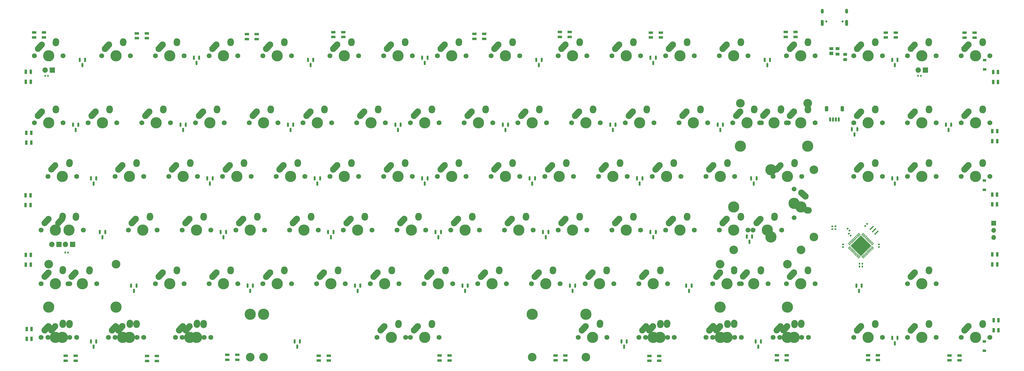
<source format=gbs>
%TF.GenerationSoftware,KiCad,Pcbnew,5.99.0-1.20210419gite0f69ad.fc33*%
%TF.CreationDate,2021-04-20T05:27:25+03:00*%
%TF.ProjectId,UniversalTKL,556e6976-6572-4736-916c-544b4c2e6b69,rev?*%
%TF.SameCoordinates,Original*%
%TF.FileFunction,Soldermask,Bot*%
%TF.FilePolarity,Negative*%
%FSLAX46Y46*%
G04 Gerber Fmt 4.6, Leading zero omitted, Abs format (unit mm)*
G04 Created by KiCad (PCBNEW 5.99.0-1.20210419gite0f69ad.fc33) date 2021-04-20 05:27:25*
%MOMM*%
%LPD*%
G01*
G04 APERTURE LIST*
G04 Aperture macros list*
%AMRoundRect*
0 Rectangle with rounded corners*
0 $1 Rounding radius*
0 $2 $3 $4 $5 $6 $7 $8 $9 X,Y pos of 4 corners*
0 Add a 4 corners polygon primitive as box body*
4,1,4,$2,$3,$4,$5,$6,$7,$8,$9,$2,$3,0*
0 Add four circle primitives for the rounded corners*
1,1,$1+$1,$2,$3*
1,1,$1+$1,$4,$5*
1,1,$1+$1,$6,$7*
1,1,$1+$1,$8,$9*
0 Add four rect primitives between the rounded corners*
20,1,$1+$1,$2,$3,$4,$5,0*
20,1,$1+$1,$4,$5,$6,$7,0*
20,1,$1+$1,$6,$7,$8,$9,0*
20,1,$1+$1,$8,$9,$2,$3,0*%
%AMHorizOval*
0 Thick line with rounded ends*
0 $1 width*
0 $2 $3 position (X,Y) of the first rounded end (center of the circle)*
0 $4 $5 position (X,Y) of the second rounded end (center of the circle)*
0 Add line between two ends*
20,1,$1,$2,$3,$4,$5,0*
0 Add two circle primitives to create the rounded ends*
1,1,$1,$2,$3*
1,1,$1,$4,$5*%
%AMRotRect*
0 Rectangle, with rotation*
0 The origin of the aperture is its center*
0 $1 length*
0 $2 width*
0 $3 Rotation angle, in degrees counterclockwise*
0 Add horizontal line*
21,1,$1,$2,0,0,$3*%
G04 Aperture macros list end*
%ADD10C,1.750000*%
%ADD11C,3.987800*%
%ADD12C,2.250000*%
%ADD13HorizOval,2.250000X0.655001X0.730000X-0.655001X-0.730000X0*%
%ADD14HorizOval,2.250000X0.020000X0.290000X-0.020000X-0.290000X0*%
%ADD15HorizOval,2.200000X0.681998X0.731354X-0.681998X-0.731354X0*%
%ADD16HorizOval,2.300000X0.015701X0.299589X-0.015701X-0.299589X0*%
%ADD17R,0.850000X1.600000*%
%ADD18R,1.600000X0.850000*%
%ADD19HorizOval,2.300000X0.681998X0.731354X-0.681998X-0.731354X0*%
%ADD20HorizOval,2.300000X0.008725X0.249848X-0.008725X-0.249848X0*%
%ADD21HorizOval,2.300000X0.647898X0.694786X-0.647898X-0.694786X0*%
%ADD22C,3.048000*%
%ADD23C,0.750000*%
%ADD24O,1.100000X2.200000*%
%ADD25O,1.100000X1.700000*%
%ADD26C,1.905000*%
%ADD27R,1.905000X1.905000*%
%ADD28R,1.700000X1.700000*%
%ADD29O,1.700000X1.700000*%
%ADD30C,1.701800*%
%ADD31HorizOval,2.300000X0.299589X-0.015701X-0.299589X0.015701X0*%
%ADD32HorizOval,2.300000X0.705988X-0.635674X-0.705988X0.635674X0*%
%ADD33RoundRect,0.135000X-0.185000X0.135000X-0.185000X-0.135000X0.185000X-0.135000X0.185000X0.135000X0*%
%ADD34RoundRect,0.150000X-0.150000X0.587500X-0.150000X-0.587500X0.150000X-0.587500X0.150000X0.587500X0*%
%ADD35RoundRect,0.135000X0.135000X0.185000X-0.135000X0.185000X-0.135000X-0.185000X0.135000X-0.185000X0*%
%ADD36RoundRect,0.140000X0.219203X0.021213X0.021213X0.219203X-0.219203X-0.021213X-0.021213X-0.219203X0*%
%ADD37RoundRect,0.150000X-0.150000X-0.625000X0.150000X-0.625000X0.150000X0.625000X-0.150000X0.625000X0*%
%ADD38RoundRect,0.250000X-0.350000X-0.650000X0.350000X-0.650000X0.350000X0.650000X-0.350000X0.650000X0*%
%ADD39R,1.200000X0.900000*%
%ADD40RoundRect,0.135000X-0.035355X0.226274X-0.226274X0.035355X0.035355X-0.226274X0.226274X-0.035355X0*%
%ADD41RoundRect,0.140000X0.140000X0.170000X-0.140000X0.170000X-0.140000X-0.170000X0.140000X-0.170000X0*%
%ADD42R,1.400000X1.200000*%
%ADD43R,1.400000X1.000000*%
%ADD44RoundRect,0.140000X0.170000X-0.140000X0.170000X0.140000X-0.170000X0.140000X-0.170000X-0.140000X0*%
%ADD45RoundRect,0.243750X-0.456250X0.243750X-0.456250X-0.243750X0.456250X-0.243750X0.456250X0.243750X0*%
%ADD46RoundRect,0.140000X-0.170000X0.140000X-0.170000X-0.140000X0.170000X-0.140000X0.170000X0.140000X0*%
%ADD47RotRect,0.400000X1.900000X135.000000*%
%ADD48RoundRect,0.062500X-0.380070X0.291682X0.291682X-0.380070X0.380070X-0.291682X-0.291682X0.380070X0*%
%ADD49RoundRect,0.062500X-0.380070X-0.291682X-0.291682X-0.380070X0.380070X0.291682X0.291682X0.380070X0*%
%ADD50RotRect,5.200000X5.200000X315.000000*%
G04 APERTURE END LIST*
D10*
%TO.C,MX78*%
X284480000Y-123825000D03*
X274320000Y-123825000D03*
D11*
X279400000Y-123825000D03*
D12*
X276900000Y-119825000D03*
D13*
X276245001Y-120555000D03*
D14*
X281920000Y-119035000D03*
D12*
X281940000Y-118745000D03*
%TD*%
D10*
%TO.C,MX86*%
X295751250Y-142875000D03*
D11*
X300831250Y-142875000D03*
D10*
X305911250Y-142875000D03*
D15*
X297681250Y-139625000D03*
D16*
X303381250Y-138075000D03*
%TD*%
D10*
%TO.C,MX67*%
X248126250Y-142875000D03*
X258286250Y-142875000D03*
D11*
X253206250Y-142875000D03*
D15*
X250056250Y-139625000D03*
D16*
X255756250Y-138075000D03*
%TD*%
D10*
%TO.C,MX23*%
X96361250Y-142875000D03*
D11*
X91281250Y-142875000D03*
D10*
X86201250Y-142875000D03*
D15*
X88131250Y-139625000D03*
D16*
X93831250Y-138075000D03*
%TD*%
D11*
%TO.C,MX9*%
X43656250Y-142875000D03*
D10*
X48736250Y-142875000D03*
X38576250Y-142875000D03*
D15*
X40506250Y-139625000D03*
D16*
X46206250Y-138075000D03*
%TD*%
D10*
%TO.C,MX90*%
X305911250Y-85725000D03*
D11*
X300831250Y-85725000D03*
D10*
X295751250Y-85725000D03*
D15*
X297681250Y-82475000D03*
D16*
X303381250Y-80925000D03*
%TD*%
D10*
%TO.C,MX6*%
X38576250Y-85725000D03*
X48736250Y-85725000D03*
D11*
X43656250Y-85725000D03*
D15*
X40506250Y-82475000D03*
D16*
X46206250Y-80925000D03*
%TD*%
D17*
%TO.C,D78*%
X375705000Y-140270000D03*
X373955000Y-140270000D03*
X375705000Y-136770000D03*
X373955000Y-136770000D03*
%TD*%
%TO.C,D77*%
X375225000Y-116900000D03*
X373475000Y-116900000D03*
X375225000Y-113400000D03*
X373475000Y-113400000D03*
%TD*%
%TO.C,D76*%
X375175000Y-95630000D03*
X373425000Y-95630000D03*
X375175000Y-92130000D03*
X373425000Y-92130000D03*
%TD*%
%TO.C,D75*%
X375205000Y-73140000D03*
X373455000Y-73140000D03*
X375205000Y-69640000D03*
X373455000Y-69640000D03*
%TD*%
%TO.C,D74*%
X375515000Y-52150000D03*
X373765000Y-52150000D03*
X375515000Y-48650000D03*
X373765000Y-48650000D03*
%TD*%
D18*
%TO.C,D73*%
X367180000Y-34675000D03*
X367180000Y-36425000D03*
X363680000Y-34675000D03*
X363680000Y-36425000D03*
%TD*%
%TO.C,D72*%
X339230000Y-34625000D03*
X339230000Y-36375000D03*
X335730000Y-34625000D03*
X335730000Y-36375000D03*
%TD*%
%TO.C,D71*%
X303690000Y-34385000D03*
X303690000Y-36135000D03*
X300190000Y-34385000D03*
X300190000Y-36135000D03*
%TD*%
%TO.C,D70*%
X358350000Y-151015000D03*
X358350000Y-149265000D03*
X361850000Y-151015000D03*
X361850000Y-149265000D03*
%TD*%
%TO.C,D69*%
X329420000Y-150925000D03*
X329420000Y-149175000D03*
X332920000Y-150925000D03*
X332920000Y-149175000D03*
%TD*%
%TO.C,D68*%
X255920000Y-34615000D03*
X255920000Y-36365000D03*
X252420000Y-34615000D03*
X252420000Y-36365000D03*
%TD*%
%TO.C,D67*%
X297090000Y-150965000D03*
X297090000Y-149215000D03*
X300590000Y-150965000D03*
X300590000Y-149215000D03*
%TD*%
%TO.C,D66*%
X223610000Y-34425000D03*
X223610000Y-36175000D03*
X220110000Y-34425000D03*
X220110000Y-36175000D03*
%TD*%
%TO.C,D65*%
X251870000Y-151185000D03*
X251870000Y-149435000D03*
X255370000Y-151185000D03*
X255370000Y-149435000D03*
%TD*%
%TO.C,D64*%
X193330000Y-35065000D03*
X193330000Y-36815000D03*
X189830000Y-35065000D03*
X189830000Y-36815000D03*
%TD*%
%TO.C,D63*%
X218600000Y-151005000D03*
X218600000Y-149255000D03*
X222100000Y-151005000D03*
X222100000Y-149255000D03*
%TD*%
%TO.C,D62*%
X177490000Y-151065000D03*
X177490000Y-149315000D03*
X180990000Y-151065000D03*
X180990000Y-149315000D03*
%TD*%
%TO.C,D61*%
X143320000Y-34455000D03*
X143320000Y-36205000D03*
X139820000Y-34455000D03*
X139820000Y-36205000D03*
%TD*%
%TO.C,D60*%
X134660000Y-151085000D03*
X134660000Y-149335000D03*
X138160000Y-151085000D03*
X138160000Y-149335000D03*
%TD*%
%TO.C,D59*%
X112600000Y-35165000D03*
X112600000Y-36915000D03*
X109100000Y-35165000D03*
X109100000Y-36915000D03*
%TD*%
%TO.C,D58*%
X102220000Y-150795000D03*
X102220000Y-149045000D03*
X105720000Y-150795000D03*
X105720000Y-149045000D03*
%TD*%
%TO.C,D57*%
X73620000Y-34875000D03*
X73620000Y-36625000D03*
X70120000Y-34875000D03*
X70120000Y-36625000D03*
%TD*%
%TO.C,D56*%
X73730000Y-151225000D03*
X73730000Y-149475000D03*
X77230000Y-151225000D03*
X77230000Y-149475000D03*
%TD*%
%TO.C,D55*%
X37190000Y-34595000D03*
X37190000Y-36345000D03*
X33690000Y-34595000D03*
X33690000Y-36345000D03*
%TD*%
%TO.C,D54*%
X44890000Y-151105000D03*
X44890000Y-149355000D03*
X48390000Y-151105000D03*
X48390000Y-149355000D03*
%TD*%
D17*
%TO.C,D53*%
X31035000Y-139860000D03*
X32785000Y-139860000D03*
X31035000Y-143360000D03*
X32785000Y-143360000D03*
%TD*%
%TO.C,D52*%
X30755000Y-113520000D03*
X32505000Y-113520000D03*
X30755000Y-117020000D03*
X32505000Y-117020000D03*
%TD*%
%TO.C,D51*%
X30665000Y-92400000D03*
X32415000Y-92400000D03*
X30665000Y-95900000D03*
X32415000Y-95900000D03*
%TD*%
%TO.C,D50*%
X30895000Y-70190000D03*
X32645000Y-70190000D03*
X30895000Y-73690000D03*
X32645000Y-73690000D03*
%TD*%
%TO.C,D49*%
X30725000Y-48570000D03*
X32475000Y-48570000D03*
X30725000Y-52070000D03*
X32475000Y-52070000D03*
%TD*%
D11*
%TO.C,MX14*%
X72231250Y-104775000D03*
D10*
X77311250Y-104775000D03*
X67151250Y-104775000D03*
D19*
X69031250Y-101525000D03*
D20*
X74781250Y-99975000D03*
%TD*%
D11*
%TO.C,MX62*%
X224631250Y-42862500D03*
D10*
X229711250Y-42862500D03*
X219551250Y-42862500D03*
D19*
X221431250Y-39612500D03*
D20*
X227181250Y-38062500D03*
%TD*%
D10*
%TO.C,MX60*%
X236855000Y-142875000D03*
X226695000Y-142875000D03*
D11*
X231775000Y-142875000D03*
D21*
X228625000Y-139625000D03*
D16*
X234325000Y-138025000D03*
%TD*%
D11*
%TO.C,MX94*%
X329406250Y-142875000D03*
D10*
X334486250Y-142875000D03*
X324326250Y-142875000D03*
D19*
X326206250Y-139625000D03*
D20*
X331956250Y-138075000D03*
%TD*%
D11*
%TO.C,MX75*%
X267493750Y-66675000D03*
D10*
X272573750Y-66675000D03*
X262413750Y-66675000D03*
D19*
X264293750Y-63425000D03*
D20*
X270043750Y-61875000D03*
%TD*%
D11*
%TO.C,MX85*%
X305593750Y-123825000D03*
D10*
X300513750Y-123825000D03*
X310673750Y-123825000D03*
D19*
X302393750Y-120575000D03*
D20*
X308143750Y-119025000D03*
%TD*%
D11*
%TO.C,MX49*%
X186531250Y-104775000D03*
D10*
X181451250Y-104775000D03*
X191611250Y-104775000D03*
D19*
X183331250Y-101525000D03*
D20*
X189081250Y-99975000D03*
%TD*%
D10*
%TO.C,MX27*%
X105251250Y-104775000D03*
D11*
X110331250Y-104775000D03*
D10*
X115411250Y-104775000D03*
D19*
X107131250Y-101525000D03*
D20*
X112881250Y-99975000D03*
%TD*%
D10*
%TO.C,MX15*%
X86836250Y-123825000D03*
D11*
X81756250Y-123825000D03*
D10*
X76676250Y-123825000D03*
D19*
X78556250Y-120575000D03*
D20*
X84306250Y-119025000D03*
%TD*%
D11*
%TO.C,MX74*%
X262731250Y-42862500D03*
D10*
X267811250Y-42862500D03*
X257651250Y-42862500D03*
D19*
X259531250Y-39612500D03*
D20*
X265281250Y-38062500D03*
%TD*%
D10*
%TO.C,MX16*%
X72548750Y-142875000D03*
X62388750Y-142875000D03*
D11*
X67468750Y-142875000D03*
D19*
X64268750Y-139625000D03*
D20*
X70018750Y-138075000D03*
%TD*%
D10*
%TO.C,MX2*%
X36195000Y-123825000D03*
D11*
X41275000Y-123825000D03*
D10*
X46355000Y-123825000D03*
D21*
X38125000Y-120575000D03*
D16*
X43825000Y-118975000D03*
%TD*%
D11*
%TO.C,MX72*%
X288925000Y-123825000D03*
X276987000Y-132080000D03*
D22*
X276987000Y-116840000D03*
D11*
X300863000Y-132080000D03*
D10*
X294005000Y-123825000D03*
D22*
X300863000Y-116840000D03*
D10*
X283845000Y-123825000D03*
D21*
X285775000Y-120525000D03*
D16*
X291425000Y-119025000D03*
%TD*%
D10*
%TO.C,MX20*%
X81438750Y-85725000D03*
X91598750Y-85725000D03*
D11*
X86518750Y-85725000D03*
D19*
X83318750Y-82475000D03*
D20*
X89068750Y-80925000D03*
%TD*%
D10*
%TO.C,MX33*%
X133826250Y-123825000D03*
X143986250Y-123825000D03*
D11*
X138906250Y-123825000D03*
D19*
X135706250Y-120575000D03*
D20*
X141456250Y-119025000D03*
%TD*%
D11*
%TO.C,MX48*%
X181768750Y-85725000D03*
D10*
X176688750Y-85725000D03*
X186848750Y-85725000D03*
D19*
X178568750Y-82475000D03*
D20*
X184318750Y-80925000D03*
%TD*%
D10*
%TO.C,MX31*%
X119538750Y-85725000D03*
X129698750Y-85725000D03*
D11*
X124618750Y-85725000D03*
D19*
X121418750Y-82475000D03*
D20*
X127168750Y-80925000D03*
%TD*%
D22*
%TO.C,MX45*%
X229393750Y-149860000D03*
D11*
X229393750Y-134620000D03*
X115093750Y-134620000D03*
X172243750Y-142875000D03*
D10*
X167163750Y-142875000D03*
D22*
X115093750Y-149860000D03*
D10*
X177323750Y-142875000D03*
D21*
X169093750Y-139625000D03*
D16*
X174743750Y-138075000D03*
%TD*%
D23*
%TO.C,USB1*%
X320390000Y-30662500D03*
X314610000Y-30662500D03*
D24*
X321820000Y-31192500D03*
D25*
X321820000Y-27012500D03*
X313180000Y-27012500D03*
D24*
X313180000Y-31192500D03*
%TD*%
D10*
%TO.C,MX73*%
X274320000Y-142875000D03*
X284480000Y-142875000D03*
D11*
X279400000Y-142875000D03*
D21*
X276250000Y-139625000D03*
D16*
X281950000Y-138025000D03*
%TD*%
D10*
%TO.C,MX84*%
X298767500Y-104775000D03*
D22*
X305625500Y-111760000D03*
X281749500Y-111760000D03*
D11*
X293687500Y-104775000D03*
D10*
X288607500Y-104775000D03*
D11*
X281749500Y-96520000D03*
X305625500Y-96520000D03*
D21*
X290537500Y-101525000D03*
D16*
X296237500Y-99975000D03*
%TD*%
D10*
%TO.C,MX91*%
X324326250Y-42862500D03*
X334486250Y-42862500D03*
D11*
X329406250Y-42862500D03*
D19*
X326206250Y-39612500D03*
D20*
X331956250Y-38062500D03*
%TD*%
D11*
%TO.C,MX11*%
X62706250Y-42862500D03*
D10*
X57626250Y-42862500D03*
X67786250Y-42862500D03*
D19*
X59506250Y-39612500D03*
D20*
X65256250Y-38062500D03*
%TD*%
D10*
%TO.C,MX22*%
X105886250Y-123825000D03*
D11*
X100806250Y-123825000D03*
D10*
X95726250Y-123825000D03*
D19*
X97606250Y-120575000D03*
D20*
X103356250Y-119025000D03*
%TD*%
D10*
%TO.C,MX51*%
X205898750Y-42862500D03*
X195738750Y-42862500D03*
D11*
X200818750Y-42862500D03*
D19*
X197618750Y-39612500D03*
D20*
X203368750Y-38062500D03*
%TD*%
D10*
%TO.C,MX3*%
X36195000Y-142875000D03*
X46355000Y-142875000D03*
D11*
X41275000Y-142875000D03*
D21*
X38125000Y-139625000D03*
D16*
X43825000Y-138025000D03*
%TD*%
D10*
%TO.C,MX54*%
X200501250Y-104775000D03*
D11*
X205581250Y-104775000D03*
D10*
X210661250Y-104775000D03*
D19*
X202381250Y-101525000D03*
D20*
X208131250Y-99975000D03*
%TD*%
D11*
%TO.C,MX43*%
X167481250Y-104775000D03*
D10*
X162401250Y-104775000D03*
X172561250Y-104775000D03*
D19*
X164281250Y-101525000D03*
D20*
X170031250Y-99975000D03*
%TD*%
D10*
%TO.C,MX30*%
X120173750Y-66675000D03*
X110013750Y-66675000D03*
D11*
X115093750Y-66675000D03*
D19*
X111893750Y-63425000D03*
D20*
X117643750Y-61875000D03*
%TD*%
D10*
%TO.C,MX65*%
X248761250Y-104775000D03*
X238601250Y-104775000D03*
D11*
X243681250Y-104775000D03*
D19*
X240481250Y-101525000D03*
D20*
X246231250Y-99975000D03*
%TD*%
D10*
%TO.C,MX35*%
X129063750Y-66675000D03*
D11*
X134143750Y-66675000D03*
D10*
X139223750Y-66675000D03*
D19*
X130943750Y-63425000D03*
D20*
X136693750Y-61875000D03*
%TD*%
D11*
%TO.C,MX79*%
X277018750Y-142875000D03*
D10*
X271938750Y-142875000D03*
X282098750Y-142875000D03*
D19*
X273818750Y-139625000D03*
D20*
X279568750Y-138075000D03*
%TD*%
D11*
%TO.C,MX102*%
X367506250Y-85725000D03*
D10*
X372586250Y-85725000D03*
X362426250Y-85725000D03*
D19*
X364306250Y-82475000D03*
D20*
X370056250Y-80925000D03*
%TD*%
D10*
%TO.C,MX10*%
X70167500Y-142875000D03*
X60007500Y-142875000D03*
D11*
X65087500Y-142875000D03*
D21*
X61937500Y-139625000D03*
D16*
X67637500Y-138025000D03*
%TD*%
D10*
%TO.C,MX95*%
X353536250Y-42862500D03*
D11*
X348456250Y-42862500D03*
D10*
X343376250Y-42862500D03*
D15*
X345306250Y-39612500D03*
D16*
X350956250Y-38062500D03*
D26*
X347186250Y-47942500D03*
D27*
X349726250Y-47942500D03*
%TD*%
D11*
%TO.C,MX89*%
X308006750Y-74930000D03*
D22*
X284130750Y-59690000D03*
X308006750Y-59690000D03*
D10*
X301148750Y-66675000D03*
D11*
X296068750Y-66675000D03*
D10*
X290988750Y-66675000D03*
D11*
X284130750Y-74930000D03*
D21*
X292918750Y-63425000D03*
D16*
X298568750Y-61875000D03*
%TD*%
D11*
%TO.C,MX25*%
X96043750Y-66675000D03*
D10*
X101123750Y-66675000D03*
X90963750Y-66675000D03*
D19*
X92843750Y-63425000D03*
D20*
X98593750Y-61875000D03*
%TD*%
D10*
%TO.C,MX82*%
X276701250Y-42862500D03*
X286861250Y-42862500D03*
D11*
X281781250Y-42862500D03*
D19*
X278581250Y-39612500D03*
D20*
X284331250Y-38062500D03*
%TD*%
D11*
%TO.C,MX18*%
X81756250Y-42862500D03*
D10*
X86836250Y-42862500D03*
X76676250Y-42862500D03*
D19*
X78556250Y-39612500D03*
D20*
X84306250Y-38062500D03*
%TD*%
D10*
%TO.C,MX68*%
X248761250Y-42862500D03*
D11*
X243681250Y-42862500D03*
D10*
X238601250Y-42862500D03*
D19*
X240481250Y-39612500D03*
D20*
X246231250Y-38062500D03*
%TD*%
D11*
%TO.C,MX77*%
X281781250Y-104775000D03*
D10*
X276701250Y-104775000D03*
X286861250Y-104775000D03*
D19*
X278581250Y-101525000D03*
D20*
X284331250Y-99975000D03*
%TD*%
D10*
%TO.C,MX46*%
X176688750Y-42862500D03*
D11*
X181768750Y-42862500D03*
D10*
X186848750Y-42862500D03*
D19*
X178568750Y-39612500D03*
D20*
X184318750Y-38062500D03*
%TD*%
D11*
%TO.C,MX26*%
X105568750Y-85725000D03*
D10*
X100488750Y-85725000D03*
X110648750Y-85725000D03*
D19*
X102368750Y-82475000D03*
D20*
X108118750Y-80925000D03*
%TD*%
D11*
%TO.C,MX19*%
X76993750Y-66675000D03*
D10*
X71913750Y-66675000D03*
X82073750Y-66675000D03*
D19*
X73793750Y-63425000D03*
D20*
X79543750Y-61875000D03*
%TD*%
D10*
%TO.C,MX8*%
X55880000Y-123825000D03*
D11*
X50800000Y-123825000D03*
D22*
X38862000Y-116840000D03*
D11*
X38862000Y-132080000D03*
D22*
X62738000Y-116840000D03*
D10*
X45720000Y-123825000D03*
D11*
X62738000Y-132080000D03*
D21*
X47650000Y-120575000D03*
D16*
X53300000Y-119025000D03*
%TD*%
D10*
%TO.C,MX36*%
X148748750Y-85725000D03*
X138588750Y-85725000D03*
D11*
X143668750Y-85725000D03*
D19*
X140468750Y-82475000D03*
D20*
X146218750Y-80925000D03*
%TD*%
D10*
%TO.C,MX42*%
X157638750Y-85725000D03*
X167798750Y-85725000D03*
D11*
X162718750Y-85725000D03*
D19*
X159518750Y-82475000D03*
D20*
X165268750Y-80925000D03*
%TD*%
D10*
%TO.C,MX83*%
X281463750Y-66675000D03*
X291623750Y-66675000D03*
D11*
X286543750Y-66675000D03*
D19*
X283343750Y-63425000D03*
D20*
X289093750Y-61875000D03*
%TD*%
D10*
%TO.C,MX38*%
X152876250Y-123825000D03*
X163036250Y-123825000D03*
D11*
X157956250Y-123825000D03*
D19*
X154756250Y-120575000D03*
D20*
X160506250Y-119025000D03*
%TD*%
D11*
%TO.C,MX1*%
X41275000Y-104775000D03*
D10*
X46355000Y-104775000D03*
X36195000Y-104775000D03*
D15*
X38125000Y-101525000D03*
D16*
X43775000Y-99975000D03*
D26*
X40005000Y-109855000D03*
D27*
X42545000Y-109855000D03*
%TD*%
D10*
%TO.C,MX29*%
X124936250Y-42862500D03*
X114776250Y-42862500D03*
D11*
X119856250Y-42862500D03*
D19*
X116656250Y-39612500D03*
D20*
X122406250Y-38062500D03*
%TD*%
D11*
%TO.C,MX34*%
X143668750Y-42862500D03*
D10*
X138588750Y-42862500D03*
X148748750Y-42862500D03*
D19*
X140468750Y-39612500D03*
D20*
X146218750Y-38062500D03*
%TD*%
D10*
%TO.C,MX100*%
X372586250Y-42862500D03*
D11*
X367506250Y-42862500D03*
D10*
X362426250Y-42862500D03*
D19*
X364306250Y-39612500D03*
D20*
X370056250Y-38062500D03*
%TD*%
D10*
%TO.C,MX64*%
X243998750Y-85725000D03*
D11*
X238918750Y-85725000D03*
D10*
X233838750Y-85725000D03*
D19*
X235718750Y-82475000D03*
D20*
X241468750Y-80925000D03*
%TD*%
D10*
%TO.C,MX7*%
X40957500Y-104775000D03*
X51117500Y-104775000D03*
D11*
X46037500Y-104775000D03*
D15*
X42887500Y-101525000D03*
D16*
X48537500Y-99975000D03*
D26*
X44767500Y-109855000D03*
D27*
X47307500Y-109855000D03*
%TD*%
D11*
%TO.C,MX28*%
X119856250Y-123825000D03*
D10*
X114776250Y-123825000D03*
X124936250Y-123825000D03*
D19*
X116656250Y-120575000D03*
D20*
X122406250Y-119025000D03*
%TD*%
D10*
%TO.C,MX57*%
X224948750Y-85725000D03*
D11*
X219868750Y-85725000D03*
D10*
X214788750Y-85725000D03*
D19*
X216668750Y-82475000D03*
D20*
X222418750Y-80925000D03*
%TD*%
D10*
%TO.C,MX61*%
X260667500Y-142875000D03*
D11*
X255587500Y-142875000D03*
D10*
X250507500Y-142875000D03*
D21*
X252437500Y-139625000D03*
D16*
X258137500Y-138025000D03*
%TD*%
D11*
%TO.C,MX32*%
X129381250Y-104775000D03*
D10*
X134461250Y-104775000D03*
X124301250Y-104775000D03*
D19*
X126181250Y-101525000D03*
D20*
X131931250Y-99975000D03*
%TD*%
D28*
%TO.C,J2*%
X373960000Y-102265000D03*
D29*
X373960000Y-104805000D03*
X373960000Y-107345000D03*
%TD*%
D11*
%TO.C,MX5*%
X38893750Y-66675000D03*
D10*
X43973750Y-66675000D03*
X33813750Y-66675000D03*
D19*
X35693750Y-63425000D03*
D20*
X41443750Y-61875000D03*
%TD*%
D10*
%TO.C,MX12*%
X52863750Y-66675000D03*
D11*
X57943750Y-66675000D03*
D10*
X63023750Y-66675000D03*
D19*
X54743750Y-63425000D03*
D20*
X60493750Y-61875000D03*
%TD*%
D22*
%TO.C,MX39*%
X210337400Y-149860000D03*
D11*
X160337500Y-142875000D03*
D10*
X155257500Y-142875000D03*
D22*
X110337600Y-149860000D03*
D10*
X165417500Y-142875000D03*
D11*
X210337400Y-134620000D03*
X110337600Y-134620000D03*
D21*
X157187500Y-139625000D03*
D16*
X162887500Y-138075000D03*
%TD*%
D10*
%TO.C,MX50*%
X201136250Y-123825000D03*
D11*
X196056250Y-123825000D03*
D10*
X190976250Y-123825000D03*
D19*
X192856250Y-120575000D03*
D20*
X198606250Y-119025000D03*
%TD*%
D10*
%TO.C,MX17*%
X83820000Y-142875000D03*
X93980000Y-142875000D03*
D11*
X88900000Y-142875000D03*
D21*
X85750000Y-139625000D03*
D16*
X91450000Y-138025000D03*
%TD*%
D10*
%TO.C,MX81*%
X298132500Y-142875000D03*
X308292500Y-142875000D03*
D11*
X303212500Y-142875000D03*
D21*
X300062500Y-139625000D03*
D16*
X305762500Y-138025000D03*
%TD*%
D10*
%TO.C,MX97*%
X343376250Y-85725000D03*
D11*
X348456250Y-85725000D03*
D10*
X353536250Y-85725000D03*
D19*
X345256250Y-82475000D03*
D20*
X351006250Y-80925000D03*
%TD*%
D10*
%TO.C,MX21*%
X86201250Y-104775000D03*
D11*
X91281250Y-104775000D03*
D10*
X96361250Y-104775000D03*
D19*
X88081250Y-101525000D03*
D20*
X93831250Y-99975000D03*
%TD*%
D11*
%TO.C,MX53*%
X200818750Y-85725000D03*
D10*
X205898750Y-85725000D03*
X195738750Y-85725000D03*
D19*
X197618750Y-82475000D03*
D20*
X203368750Y-80925000D03*
%TD*%
D10*
%TO.C,MX44*%
X182086250Y-123825000D03*
D11*
X177006250Y-123825000D03*
D10*
X171926250Y-123825000D03*
D19*
X173806250Y-120575000D03*
D20*
X179556250Y-119025000D03*
%TD*%
D10*
%TO.C,MX24*%
X105886250Y-42862500D03*
D11*
X100806250Y-42862500D03*
D10*
X95726250Y-42862500D03*
D19*
X97606250Y-39612500D03*
D20*
X103356250Y-38062500D03*
%TD*%
D11*
%TO.C,MX66*%
X253206250Y-123825000D03*
D10*
X258286250Y-123825000D03*
X248126250Y-123825000D03*
D19*
X250006250Y-120575000D03*
D20*
X255756250Y-119025000D03*
%TD*%
D10*
%TO.C,MX37*%
X143351250Y-104775000D03*
X153511250Y-104775000D03*
D11*
X148431250Y-104775000D03*
D19*
X145231250Y-101525000D03*
D20*
X150981250Y-99975000D03*
%TD*%
D11*
%TO.C,MX52*%
X191293750Y-66675000D03*
D10*
X186213750Y-66675000D03*
X196373750Y-66675000D03*
D19*
X188093750Y-63425000D03*
D20*
X193843750Y-61875000D03*
%TD*%
D10*
%TO.C,MX4*%
X33813750Y-42862500D03*
D11*
X38893750Y-42862500D03*
D10*
X43973750Y-42862500D03*
D15*
X35743750Y-39612500D03*
D16*
X41393750Y-38062500D03*
D26*
X37623750Y-47942500D03*
D27*
X40163750Y-47942500D03*
%TD*%
D10*
%TO.C,MX93*%
X324326250Y-85725000D03*
D11*
X329406250Y-85725000D03*
D10*
X334486250Y-85725000D03*
D19*
X326206250Y-82475000D03*
D20*
X331956250Y-80925000D03*
%TD*%
D10*
%TO.C,MX96*%
X343376250Y-66675000D03*
D11*
X348456250Y-66675000D03*
D10*
X353536250Y-66675000D03*
D19*
X345256250Y-63425000D03*
D20*
X351006250Y-61875000D03*
%TD*%
D22*
%TO.C,MX80*%
X310197500Y-83312000D03*
D30*
X303212500Y-100330000D03*
X303212500Y-90170000D03*
D11*
X294957500Y-107188000D03*
X303212500Y-95250000D03*
D22*
X310197500Y-107188000D03*
D11*
X294957500Y-83312000D03*
D31*
X308012500Y-97750000D03*
D32*
X306462500Y-92100000D03*
%TD*%
D10*
%TO.C,MX92*%
X324326250Y-66675000D03*
D11*
X329406250Y-66675000D03*
D10*
X334486250Y-66675000D03*
D19*
X326206250Y-63425000D03*
D20*
X331956250Y-61875000D03*
%TD*%
D11*
%TO.C,MX71*%
X262731250Y-104775000D03*
D10*
X267811250Y-104775000D03*
X257651250Y-104775000D03*
D19*
X259531250Y-101525000D03*
D20*
X265281250Y-99975000D03*
%TD*%
D10*
%TO.C,MX70*%
X263048750Y-85725000D03*
X252888750Y-85725000D03*
D11*
X257968750Y-85725000D03*
D19*
X254768750Y-82475000D03*
D20*
X260518750Y-80925000D03*
%TD*%
D11*
%TO.C,MX103*%
X367506250Y-142875000D03*
D10*
X372586250Y-142875000D03*
X362426250Y-142875000D03*
D19*
X364306250Y-139625000D03*
D20*
X370056250Y-138075000D03*
%TD*%
D10*
%TO.C,MX56*%
X215423750Y-66675000D03*
D11*
X210343750Y-66675000D03*
D10*
X205263750Y-66675000D03*
D19*
X207143750Y-63425000D03*
D20*
X212893750Y-61875000D03*
%TD*%
D10*
%TO.C,MX88*%
X300513750Y-42862500D03*
X310673750Y-42862500D03*
D11*
X305593750Y-42862500D03*
D19*
X302393750Y-39612500D03*
D20*
X308143750Y-38062500D03*
%TD*%
D10*
%TO.C,MX40*%
X167798750Y-42862500D03*
D11*
X162718750Y-42862500D03*
D10*
X157638750Y-42862500D03*
D19*
X159518750Y-39612500D03*
D20*
X165268750Y-38062500D03*
%TD*%
D11*
%TO.C,MX99*%
X348456250Y-142875000D03*
D10*
X343376250Y-142875000D03*
X353536250Y-142875000D03*
D19*
X345256250Y-139625000D03*
D20*
X351006250Y-138075000D03*
%TD*%
D10*
%TO.C,MX87*%
X310673750Y-66675000D03*
D11*
X305593750Y-66675000D03*
D10*
X300513750Y-66675000D03*
D19*
X302393750Y-63425000D03*
D20*
X308143750Y-61875000D03*
%TD*%
D10*
%TO.C,MX59*%
X229076250Y-123825000D03*
D11*
X234156250Y-123825000D03*
D10*
X239236250Y-123825000D03*
D19*
X230956250Y-120575000D03*
D20*
X236706250Y-119025000D03*
%TD*%
D11*
%TO.C,MX58*%
X224631250Y-104775000D03*
D10*
X219551250Y-104775000D03*
X229711250Y-104775000D03*
D19*
X221431250Y-101525000D03*
D20*
X227181250Y-99975000D03*
%TD*%
D11*
%TO.C,MX13*%
X67468750Y-85725000D03*
D10*
X62388750Y-85725000D03*
X72548750Y-85725000D03*
D19*
X64268750Y-82475000D03*
D20*
X70018750Y-80925000D03*
%TD*%
D10*
%TO.C,MX98*%
X343376250Y-123825000D03*
X353536250Y-123825000D03*
D11*
X348456250Y-123825000D03*
D19*
X345256250Y-120575000D03*
D20*
X351006250Y-119025000D03*
%TD*%
D10*
%TO.C,MX63*%
X234473750Y-66675000D03*
X224313750Y-66675000D03*
D11*
X229393750Y-66675000D03*
D19*
X226193750Y-63425000D03*
D20*
X231943750Y-61875000D03*
%TD*%
D11*
%TO.C,MX76*%
X277018750Y-85725000D03*
D10*
X282098750Y-85725000D03*
X271938750Y-85725000D03*
D19*
X273818750Y-82475000D03*
D20*
X279568750Y-80925000D03*
%TD*%
D10*
%TO.C,MX47*%
X167163750Y-66675000D03*
D11*
X172243750Y-66675000D03*
D10*
X177323750Y-66675000D03*
D19*
X169043750Y-63425000D03*
D20*
X174793750Y-61875000D03*
%TD*%
D11*
%TO.C,MX101*%
X367506250Y-66675000D03*
D10*
X362426250Y-66675000D03*
X372586250Y-66675000D03*
D19*
X364306250Y-63425000D03*
D20*
X370056250Y-61875000D03*
%TD*%
D10*
%TO.C,MX55*%
X220186250Y-123825000D03*
X210026250Y-123825000D03*
D11*
X215106250Y-123825000D03*
D19*
X211906250Y-120575000D03*
D20*
X217656250Y-119025000D03*
%TD*%
D10*
%TO.C,MX41*%
X158273750Y-66675000D03*
X148113750Y-66675000D03*
D11*
X153193750Y-66675000D03*
D19*
X149993750Y-63425000D03*
D20*
X155743750Y-61875000D03*
%TD*%
D10*
%TO.C,MX69*%
X243363750Y-66675000D03*
D11*
X248443750Y-66675000D03*
D10*
X253523750Y-66675000D03*
D19*
X245243750Y-63425000D03*
D20*
X250993750Y-61875000D03*
%TD*%
D33*
%TO.C,R_DATA1*%
X317840000Y-103390000D03*
X317840000Y-104410000D03*
%TD*%
D34*
%TO.C,D29*%
X241937500Y-144318750D03*
X243837500Y-144318750D03*
X242887500Y-146193750D03*
%TD*%
D35*
%TO.C,R_INDICATOR3*%
X38610000Y-50006250D03*
X37590000Y-50006250D03*
%TD*%
%TO.C,R_INDICATOR2*%
X348172500Y-50006250D03*
X347152500Y-50006250D03*
%TD*%
D34*
%TO.C,D16*%
X137956250Y-105425000D03*
X139856250Y-105425000D03*
X138906250Y-107300000D03*
%TD*%
%TO.C,D35*%
X276068750Y-67325000D03*
X277968750Y-67325000D03*
X277018750Y-69200000D03*
%TD*%
%TO.C,D27*%
X223681250Y-124475000D03*
X225581250Y-124475000D03*
X224631250Y-126350000D03*
%TD*%
D36*
%TO.C,C_UCAP1*%
X323219411Y-106669411D03*
X322540589Y-105990589D03*
%TD*%
D34*
%TO.C,D1*%
X53818750Y-144318750D03*
X55718750Y-144318750D03*
X54768750Y-146193750D03*
%TD*%
%TO.C,D34*%
X252256250Y-43512500D03*
X254156250Y-43512500D03*
X253206250Y-45387500D03*
%TD*%
%TO.C,D3*%
X47468750Y-67325000D03*
X49368750Y-67325000D03*
X48418750Y-69200000D03*
%TD*%
D35*
%TO.C,R_HWB1*%
X327420000Y-117740000D03*
X326400000Y-117740000D03*
%TD*%
D34*
%TO.C,D2*%
X49850000Y-44306250D03*
X51750000Y-44306250D03*
X50800000Y-46181250D03*
%TD*%
D37*
%TO.C,J3*%
X316000000Y-65500000D03*
X317000000Y-65500000D03*
X318000000Y-65500000D03*
X319000000Y-65500000D03*
D38*
X320300000Y-61625000D03*
X314700000Y-61625000D03*
%TD*%
D39*
%TO.C,D47*%
X370640000Y-90460000D03*
X370640000Y-87160000D03*
%TD*%
D34*
%TO.C,D4*%
X53818750Y-86375000D03*
X55718750Y-86375000D03*
X54768750Y-88250000D03*
%TD*%
%TO.C,D42*%
X337981250Y-44306250D03*
X339881250Y-44306250D03*
X338931250Y-46181250D03*
%TD*%
D39*
%TO.C,D46*%
X370770000Y-47670000D03*
X370770000Y-44370000D03*
%TD*%
D36*
%TO.C,C_DECOUP4*%
X322829411Y-104879411D03*
X322150589Y-104200589D03*
%TD*%
D34*
%TO.C,D25*%
X209393750Y-86375000D03*
X211293750Y-86375000D03*
X210343750Y-88250000D03*
%TD*%
%TO.C,D6*%
X68106250Y-124475000D03*
X70006250Y-124475000D03*
X69056250Y-126350000D03*
%TD*%
%TO.C,D32*%
X252256250Y-105425000D03*
X254156250Y-105425000D03*
X253206250Y-107300000D03*
%TD*%
%TO.C,D41*%
X323693750Y-68912500D03*
X325593750Y-68912500D03*
X324643750Y-70787500D03*
%TD*%
D40*
%TO.C,R_RST1*%
X329120624Y-102579376D03*
X328399376Y-103300624D03*
%TD*%
D34*
%TO.C,D23*%
X185581250Y-124475000D03*
X187481250Y-124475000D03*
X186531250Y-126350000D03*
%TD*%
D41*
%TO.C,C_DECOUP1*%
X327380000Y-116650000D03*
X326420000Y-116650000D03*
%TD*%
D34*
%TO.C,D38*%
X287975000Y-86375000D03*
X289875000Y-86375000D03*
X288925000Y-88250000D03*
%TD*%
%TO.C,D11*%
X109381250Y-124475000D03*
X111281250Y-124475000D03*
X110331250Y-126350000D03*
%TD*%
%TO.C,D21*%
X171293750Y-86375000D03*
X173193750Y-86375000D03*
X172243750Y-88250000D03*
%TD*%
%TO.C,D10*%
X99856250Y-105425000D03*
X101756250Y-105425000D03*
X100806250Y-107300000D03*
%TD*%
%TO.C,D7*%
X90331250Y-43512500D03*
X92231250Y-43512500D03*
X91281250Y-45387500D03*
%TD*%
%TO.C,D33*%
X264956250Y-124475000D03*
X266856250Y-124475000D03*
X265906250Y-126350000D03*
%TD*%
D42*
%TO.C,D18*%
X316400000Y-42045000D03*
D43*
X316400000Y-40325000D03*
X318600000Y-40325000D03*
X318600000Y-42225000D03*
%TD*%
D34*
%TO.C,D31*%
X247493750Y-86375000D03*
X249393750Y-86375000D03*
X248443750Y-88250000D03*
%TD*%
%TO.C,D5*%
X56993750Y-105425000D03*
X58893750Y-105425000D03*
X57943750Y-107300000D03*
%TD*%
D35*
%TO.C,R_INDICATOR1*%
X45753750Y-112712500D03*
X44733750Y-112712500D03*
%TD*%
D39*
%TO.C,D48*%
X370680000Y-147580000D03*
X370680000Y-144280000D03*
%TD*%
D34*
%TO.C,D14*%
X123668750Y-67325000D03*
X125568750Y-67325000D03*
X124618750Y-69200000D03*
%TD*%
D33*
%TO.C,R_DATA2*%
X316706250Y-103390000D03*
X316706250Y-104410000D03*
%TD*%
D44*
%TO.C,C_DECOUP3*%
X333250000Y-110770000D03*
X333250000Y-109810000D03*
%TD*%
D34*
%TO.C,D40*%
X325281250Y-124475000D03*
X327181250Y-124475000D03*
X326231250Y-126350000D03*
%TD*%
%TO.C,D12*%
X126050000Y-144318750D03*
X127950000Y-144318750D03*
X127000000Y-146193750D03*
%TD*%
%TO.C,D30*%
X237968750Y-67325000D03*
X239868750Y-67325000D03*
X238918750Y-69200000D03*
%TD*%
%TO.C,D45*%
X357031250Y-67325000D03*
X358931250Y-67325000D03*
X357981250Y-69200000D03*
%TD*%
%TO.C,D26*%
X214156250Y-105425000D03*
X216056250Y-105425000D03*
X215106250Y-107300000D03*
%TD*%
D45*
%TO.C,F1*%
X321300000Y-42312500D03*
X321300000Y-44187500D03*
%TD*%
D34*
%TO.C,D15*%
X133193750Y-86375000D03*
X135093750Y-86375000D03*
X134143750Y-88250000D03*
%TD*%
D46*
%TO.C,C_DECOUP2*%
X320540000Y-109820000D03*
X320540000Y-110780000D03*
%TD*%
D34*
%TO.C,D44*%
X337950000Y-143052500D03*
X339850000Y-143052500D03*
X338900000Y-144927500D03*
%TD*%
%TO.C,D37*%
X289562500Y-144318750D03*
X291462500Y-144318750D03*
X290512500Y-146193750D03*
%TD*%
D47*
%TO.C,Y1*%
X332420000Y-105700000D03*
X331571472Y-104851472D03*
X330722944Y-104002944D03*
%TD*%
D48*
%TO.C,U1*%
X322772264Y-109707798D03*
X323125818Y-109354245D03*
X323479371Y-109000691D03*
X323832924Y-108647138D03*
X324186478Y-108293585D03*
X324540031Y-107940031D03*
X324893585Y-107586478D03*
X325247138Y-107232924D03*
X325600691Y-106879371D03*
X325954245Y-106525818D03*
X326307798Y-106172264D03*
D49*
X327492202Y-106172264D03*
X327845755Y-106525818D03*
X328199309Y-106879371D03*
X328552862Y-107232924D03*
X328906415Y-107586478D03*
X329259969Y-107940031D03*
X329613522Y-108293585D03*
X329967076Y-108647138D03*
X330320629Y-109000691D03*
X330674182Y-109354245D03*
X331027736Y-109707798D03*
D48*
X331027736Y-110892202D03*
X330674182Y-111245755D03*
X330320629Y-111599309D03*
X329967076Y-111952862D03*
X329613522Y-112306415D03*
X329259969Y-112659969D03*
X328906415Y-113013522D03*
X328552862Y-113367076D03*
X328199309Y-113720629D03*
X327845755Y-114074182D03*
X327492202Y-114427736D03*
D49*
X326307798Y-114427736D03*
X325954245Y-114074182D03*
X325600691Y-113720629D03*
X325247138Y-113367076D03*
X324893585Y-113013522D03*
X324540031Y-112659969D03*
X324186478Y-112306415D03*
X323832924Y-111952862D03*
X323479371Y-111599309D03*
X323125818Y-111245755D03*
X322772264Y-110892202D03*
D50*
X326900000Y-110300000D03*
%TD*%
D34*
%TO.C,D8*%
X85568750Y-67325000D03*
X87468750Y-67325000D03*
X86518750Y-69200000D03*
%TD*%
%TO.C,D36*%
X286387500Y-107012500D03*
X288287500Y-107012500D03*
X287337500Y-108887500D03*
%TD*%
%TO.C,D28*%
X211775000Y-44306250D03*
X213675000Y-44306250D03*
X212725000Y-46181250D03*
%TD*%
%TO.C,D17*%
X147481250Y-124475000D03*
X149381250Y-124475000D03*
X148431250Y-126350000D03*
%TD*%
%TO.C,D20*%
X161768750Y-67325000D03*
X163668750Y-67325000D03*
X162718750Y-69200000D03*
%TD*%
%TO.C,D19*%
X171293750Y-43512500D03*
X173193750Y-43512500D03*
X172243750Y-45387500D03*
%TD*%
%TO.C,D43*%
X337981250Y-86375000D03*
X339881250Y-86375000D03*
X338931250Y-88250000D03*
%TD*%
%TO.C,D22*%
X176056250Y-105425000D03*
X177956250Y-105425000D03*
X177006250Y-107300000D03*
%TD*%
%TO.C,D39*%
X292737500Y-44306250D03*
X294637500Y-44306250D03*
X293687500Y-46181250D03*
%TD*%
%TO.C,D13*%
X130812500Y-44306250D03*
X132712500Y-44306250D03*
X131762500Y-46181250D03*
%TD*%
%TO.C,D9*%
X95093750Y-86375000D03*
X96993750Y-86375000D03*
X96043750Y-88250000D03*
%TD*%
%TO.C,D24*%
X199868750Y-67325000D03*
X201768750Y-67325000D03*
X200818750Y-69200000D03*
%TD*%
M02*

</source>
